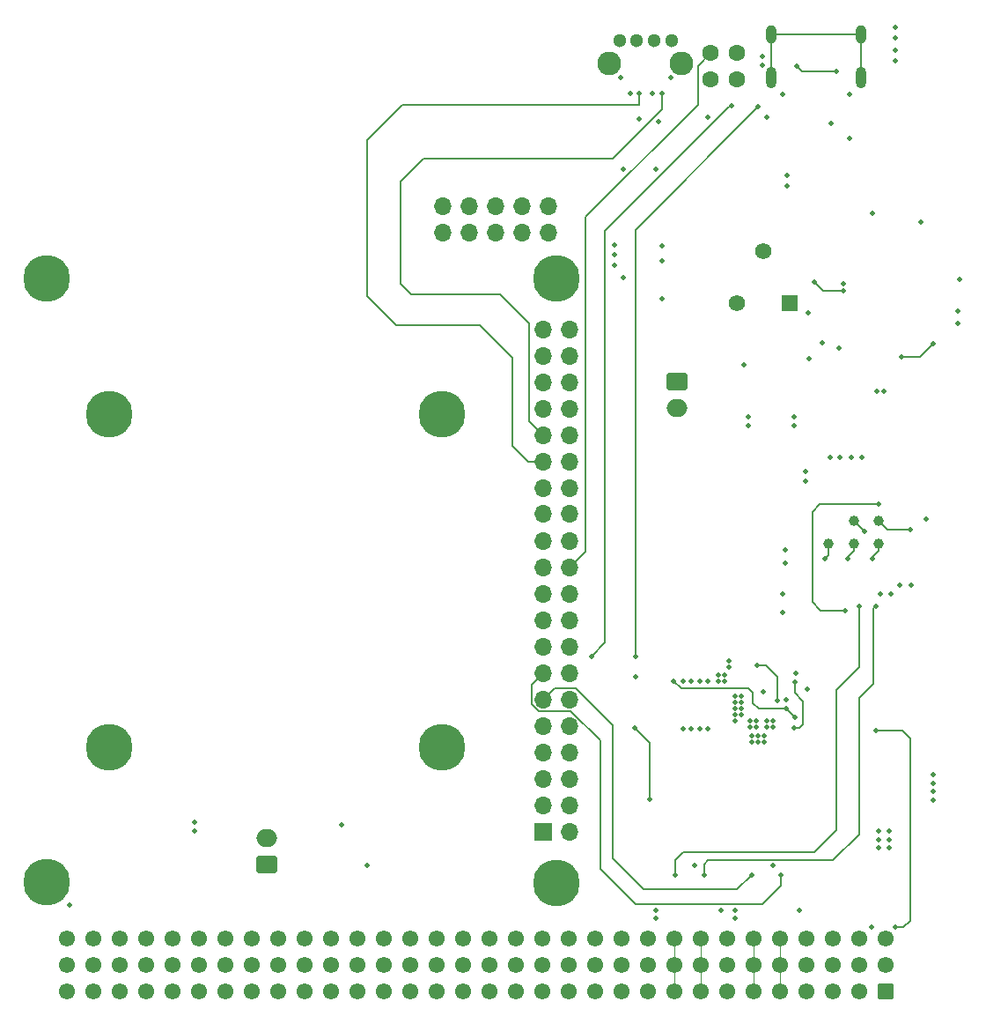
<source format=gbr>
%TF.GenerationSoftware,KiCad,Pcbnew,8.0.4*%
%TF.CreationDate,2025-02-21T02:52:24+01:00*%
%TF.ProjectId,OrangePie,4f72616e-6765-4506-9965-2e6b69636164,1.0.0*%
%TF.SameCoordinates,Original*%
%TF.FileFunction,Copper,L4,Bot*%
%TF.FilePolarity,Positive*%
%FSLAX46Y46*%
G04 Gerber Fmt 4.6, Leading zero omitted, Abs format (unit mm)*
G04 Created by KiCad (PCBNEW 8.0.4) date 2025-02-21 02:52:24*
%MOMM*%
%LPD*%
G01*
G04 APERTURE LIST*
G04 Aperture macros list*
%AMRoundRect*
0 Rectangle with rounded corners*
0 $1 Rounding radius*
0 $2 $3 $4 $5 $6 $7 $8 $9 X,Y pos of 4 corners*
0 Add a 4 corners polygon primitive as box body*
4,1,4,$2,$3,$4,$5,$6,$7,$8,$9,$2,$3,0*
0 Add four circle primitives for the rounded corners*
1,1,$1+$1,$2,$3*
1,1,$1+$1,$4,$5*
1,1,$1+$1,$6,$7*
1,1,$1+$1,$8,$9*
0 Add four rect primitives between the rounded corners*
20,1,$1+$1,$2,$3,$4,$5,0*
20,1,$1+$1,$4,$5,$6,$7,0*
20,1,$1+$1,$6,$7,$8,$9,0*
20,1,$1+$1,$8,$9,$2,$3,0*%
G04 Aperture macros list end*
%TA.AperFunction,ComponentPad*%
%ADD10C,1.300000*%
%TD*%
%TA.AperFunction,ComponentPad*%
%ADD11C,2.286000*%
%TD*%
%TA.AperFunction,ComponentPad*%
%ADD12RoundRect,0.250000X-0.750000X0.600000X-0.750000X-0.600000X0.750000X-0.600000X0.750000X0.600000X0*%
%TD*%
%TA.AperFunction,ComponentPad*%
%ADD13O,2.000000X1.700000*%
%TD*%
%TA.AperFunction,ComponentPad*%
%ADD14C,1.600000*%
%TD*%
%TA.AperFunction,ComponentPad*%
%ADD15R,1.560000X1.560000*%
%TD*%
%TA.AperFunction,ComponentPad*%
%ADD16C,1.560000*%
%TD*%
%TA.AperFunction,ComponentPad*%
%ADD17RoundRect,0.250000X0.750000X-0.600000X0.750000X0.600000X-0.750000X0.600000X-0.750000X-0.600000X0*%
%TD*%
%TA.AperFunction,ComponentPad*%
%ADD18O,1.000000X2.100000*%
%TD*%
%TA.AperFunction,ComponentPad*%
%ADD19O,1.000000X1.800000*%
%TD*%
%TA.AperFunction,ComponentPad*%
%ADD20RoundRect,0.249999X0.525001X0.525001X-0.525001X0.525001X-0.525001X-0.525001X0.525001X-0.525001X0*%
%TD*%
%TA.AperFunction,ComponentPad*%
%ADD21C,1.550000*%
%TD*%
%TA.AperFunction,SMDPad,CuDef*%
%ADD22C,1.000000*%
%TD*%
%TA.AperFunction,WasherPad*%
%ADD23C,4.500000*%
%TD*%
%TA.AperFunction,ComponentPad*%
%ADD24O,1.700000X1.700000*%
%TD*%
%TA.AperFunction,ComponentPad*%
%ADD25R,1.700000X1.700000*%
%TD*%
%TA.AperFunction,ViaPad*%
%ADD26C,0.500000*%
%TD*%
%TA.AperFunction,Conductor*%
%ADD27C,0.200000*%
%TD*%
%TA.AperFunction,Conductor*%
%ADD28C,0.120000*%
%TD*%
G04 APERTURE END LIST*
D10*
%TO.P,BTN1,1*%
%TO.N,GND*%
X99458401Y-41815997D03*
%TO.P,BTN1,2*%
X97828401Y-41815997D03*
%TO.P,BTN1,3*%
%TO.N,Net-(BTN1-Pad3)*%
X96088401Y-41815997D03*
%TO.P,BTN1,4*%
%TO.N,Net-(BTN1-Pad4)*%
X94458401Y-41815997D03*
D11*
%TO.P,BTN1,5*%
%TO.N,N/C*%
X100458401Y-44065997D03*
%TO.P,BTN1,6*%
X93458401Y-44065997D03*
%TD*%
D12*
%TO.P,J3,1,Pin_1*%
%TO.N,Net-(J3-Pin_1)*%
X100000000Y-74600000D03*
D13*
%TO.P,J3,2,Pin_2*%
%TO.N,Net-(J3-Pin_2)*%
X100000000Y-77100000D03*
%TD*%
D14*
%TO.P,LED1,1*%
%TO.N,/OrangePi 5 pro Header/STATUS LED*%
X103242001Y-43025997D03*
%TO.P,LED1,2*%
%TO.N,Net-(LED1-Pad2)*%
X105782001Y-43025997D03*
%TO.P,LED1,3*%
%TO.N,+3V3*%
X103242001Y-45565997D03*
%TO.P,LED1,4*%
%TO.N,Net-(LED1-Pad4)*%
X105782001Y-45565997D03*
%TD*%
D15*
%TO.P,RV1,1,1*%
%TO.N,Net-(U8-V)*%
X110800000Y-67040000D03*
D16*
%TO.P,RV1,2,2*%
X108300000Y-62040000D03*
%TO.P,RV1,3,3*%
%TO.N,GND*%
X105800000Y-67040000D03*
%TD*%
D17*
%TO.P,M1,1,+*%
%TO.N,Net-(M1-+)*%
X60525000Y-121000000D03*
D13*
%TO.P,M1,2,-*%
%TO.N,Net-(M1--)*%
X60525000Y-118500000D03*
%TD*%
D18*
%TO.P,J5,S1,SHIELD*%
%TO.N,Net-(J5-SHIELD)*%
X117698401Y-45380997D03*
D19*
X117698401Y-41200997D03*
D18*
X109058401Y-45380997D03*
D19*
X109058401Y-41200997D03*
%TD*%
D20*
%TO.P,J1,a1,a1*%
%TO.N,GND*%
X120070000Y-133204999D03*
D21*
%TO.P,J1,a2,a2*%
%TO.N,unconnected-(J1-Pada2)*%
X117530000Y-133204999D03*
%TO.P,J1,a3,a3*%
%TO.N,/DIN41612 connector/5v_STDBY*%
X114990000Y-133204999D03*
%TO.P,J1,a4,a4*%
%TO.N,GND*%
X112450000Y-133204999D03*
%TO.P,J1,a5,a5*%
%TO.N,/Can Transiver/CAN_TR_OUT.C+*%
X109910000Y-133204999D03*
%TO.P,J1,a6,a6*%
%TO.N,/Can Transiver/CAN_TR_OUT.C-*%
X107370000Y-133204999D03*
%TO.P,J1,a7,a7*%
%TO.N,GND*%
X104830000Y-133204999D03*
%TO.P,J1,a8,a8*%
%TO.N,/Can Transiver1/CAN_TR_OUT.C+*%
X102290000Y-133204999D03*
%TO.P,J1,a9,a9*%
%TO.N,/Can Transiver1/CAN_TR_OUT.C-*%
X99750000Y-133204999D03*
%TO.P,J1,a10,a10*%
%TO.N,GND*%
X97210000Y-133204999D03*
%TO.P,J1,a11,a11*%
%TO.N,/5v buck/V_{IN}*%
X94670000Y-133204999D03*
%TO.P,J1,a12,a12*%
X92130000Y-133204999D03*
%TO.P,J1,a13,a13*%
%TO.N,GND*%
X89590000Y-133204999D03*
%TO.P,J1,a14,a14*%
%TO.N,/DIN41612 connector/24v*%
X87050000Y-133204999D03*
%TO.P,J1,a15,a15*%
%TO.N,GND*%
X84510000Y-133204999D03*
%TO.P,J1,a16,a16*%
%TO.N,/DIN41612 connector/GPIOL0*%
X81970000Y-133204999D03*
%TO.P,J1,a17,a17*%
%TO.N,/DIN41612 connector/GPIOL1*%
X79430000Y-133204999D03*
%TO.P,J1,a18,a18*%
%TO.N,/DIN41612 connector/GPIOL2*%
X76890000Y-133204999D03*
%TO.P,J1,a19,a19*%
%TO.N,/DIN41612 connector/GPIOL3*%
X74350000Y-133204999D03*
%TO.P,J1,a20,a20*%
%TO.N,/DIN41612 connector/GPIOL4*%
X71810000Y-133204999D03*
%TO.P,J1,a21,a21*%
%TO.N,/DIN41612 connector/GPIOL5*%
X69270000Y-133204999D03*
%TO.P,J1,a22,a22*%
%TO.N,/DIN41612 connector/GPIOL6*%
X66730000Y-133204999D03*
%TO.P,J1,a23,a23*%
%TO.N,/DIN41612 connector/GPIOL7*%
X64190000Y-133204999D03*
%TO.P,J1,a24,a24*%
%TO.N,/DIN41612 connector/GPIOL8*%
X61650000Y-133204999D03*
%TO.P,J1,a25,a25*%
%TO.N,/DIN41612 connector/GPIOL9*%
X59110000Y-133204999D03*
%TO.P,J1,a26,a26*%
%TO.N,/DIN41612 connector/GPIOL10*%
X56570000Y-133204999D03*
%TO.P,J1,a27,a27*%
%TO.N,/DIN41612 connector/GPIOL11*%
X54030000Y-133204999D03*
%TO.P,J1,a28,a28*%
%TO.N,/DIN41612 connector/GPIOL12*%
X51490000Y-133204999D03*
%TO.P,J1,a29,a29*%
%TO.N,/DIN41612 connector/GPIOL13*%
X48950000Y-133204999D03*
%TO.P,J1,a30,a30*%
%TO.N,/DIN41612 connector/GPIOL14*%
X46410000Y-133204999D03*
%TO.P,J1,a31,a31*%
%TO.N,/DIN41612 connector/GPIOL15*%
X43870000Y-133204999D03*
%TO.P,J1,a32,a32*%
%TO.N,GND*%
X41330000Y-133204999D03*
%TO.P,J1,b1,b1*%
X120070000Y-130664999D03*
%TO.P,J1,b2,b2*%
X117530000Y-130664999D03*
%TO.P,J1,b3,b3*%
%TO.N,/DIN41612 connector/5v_STDBY*%
X114990000Y-130664999D03*
%TO.P,J1,b4,b4*%
%TO.N,GND*%
X112450000Y-130664999D03*
%TO.P,J1,b5,b5*%
%TO.N,/Can Transiver/CAN_TR_OUT.C+*%
X109910000Y-130664999D03*
%TO.P,J1,b6,b6*%
%TO.N,/Can Transiver/CAN_TR_OUT.C-*%
X107370000Y-130664999D03*
%TO.P,J1,b7,b7*%
%TO.N,GND*%
X104830000Y-130664999D03*
%TO.P,J1,b8,b8*%
%TO.N,/Can Transiver1/CAN_TR_OUT.C+*%
X102290000Y-130664999D03*
%TO.P,J1,b9,b9*%
%TO.N,/Can Transiver1/CAN_TR_OUT.C-*%
X99750000Y-130664999D03*
%TO.P,J1,b10,b10*%
%TO.N,GND*%
X97210000Y-130664999D03*
%TO.P,J1,b11,b11*%
%TO.N,/5v buck/V_{IN}*%
X94670000Y-130664999D03*
%TO.P,J1,b12,b12*%
X92130000Y-130664999D03*
%TO.P,J1,b13,b13*%
%TO.N,GND*%
X89590000Y-130664999D03*
%TO.P,J1,b14,b14*%
%TO.N,/DIN41612 connector/24v*%
X87050000Y-130664999D03*
%TO.P,J1,b15,b15*%
%TO.N,GND*%
X84510000Y-130664999D03*
%TO.P,J1,b16,b16*%
%TO.N,/DIN41612 connector/GPIOC0*%
X81970000Y-130664999D03*
%TO.P,J1,b17,b17*%
%TO.N,/DIN41612 connector/GPIOC1*%
X79430000Y-130664999D03*
%TO.P,J1,b18,b18*%
%TO.N,/DIN41612 connector/GPIOC2*%
X76890000Y-130664999D03*
%TO.P,J1,b19,b19*%
%TO.N,/DIN41612 connector/GPIOC3*%
X74350000Y-130664999D03*
%TO.P,J1,b20,b20*%
%TO.N,/DIN41612 connector/GPIOC4*%
X71810000Y-130664999D03*
%TO.P,J1,b21,b21*%
%TO.N,/DIN41612 connector/GPIOC5*%
X69270000Y-130664999D03*
%TO.P,J1,b22,b22*%
%TO.N,/DIN41612 connector/GPIOC6*%
X66730000Y-130664999D03*
%TO.P,J1,b23,b23*%
%TO.N,/DIN41612 connector/GPIOC7*%
X64190000Y-130664999D03*
%TO.P,J1,b24,b24*%
%TO.N,/DIN41612 connector/GPIOC8*%
X61650000Y-130664999D03*
%TO.P,J1,b25,b25*%
%TO.N,/DIN41612 connector/GPIOC9*%
X59110000Y-130664999D03*
%TO.P,J1,b26,b26*%
%TO.N,/DIN41612 connector/GPIOC10*%
X56570000Y-130664999D03*
%TO.P,J1,b27,b27*%
%TO.N,/DIN41612 connector/GPIOC11*%
X54030000Y-130664999D03*
%TO.P,J1,b28,b28*%
%TO.N,/DIN41612 connector/GPIOC12*%
X51490000Y-130664999D03*
%TO.P,J1,b29,b29*%
%TO.N,/DIN41612 connector/GPIOC13*%
X48950000Y-130664999D03*
%TO.P,J1,b30,b30*%
%TO.N,/DIN41612 connector/GPIOC14*%
X46410000Y-130664999D03*
%TO.P,J1,b31,b31*%
%TO.N,/DIN41612 connector/GPIOC15*%
X43870000Y-130664999D03*
%TO.P,J1,b32,b32*%
%TO.N,GND*%
X41330000Y-130664999D03*
%TO.P,J1,c1,c1*%
X120070000Y-128124999D03*
%TO.P,J1,c2,c2*%
%TO.N,unconnected-(J1-Padc2)*%
X117530000Y-128124999D03*
%TO.P,J1,c3,c3*%
%TO.N,/DIN41612 connector/5v_STDBY*%
X114990000Y-128124999D03*
%TO.P,J1,c4,c4*%
%TO.N,GND*%
X112450000Y-128124999D03*
%TO.P,J1,c5,c5*%
%TO.N,/Can Transiver/CAN_TR_OUT.C+*%
X109910000Y-128124999D03*
%TO.P,J1,c6,c6*%
%TO.N,/Can Transiver/CAN_TR_OUT.C-*%
X107370000Y-128124999D03*
%TO.P,J1,c7,c7*%
%TO.N,GND*%
X104830000Y-128124999D03*
%TO.P,J1,c8,c8*%
%TO.N,/Can Transiver1/CAN_TR_OUT.C+*%
X102290000Y-128124999D03*
%TO.P,J1,c9,c9*%
%TO.N,/Can Transiver1/CAN_TR_OUT.C-*%
X99750000Y-128124999D03*
%TO.P,J1,c10,c10*%
%TO.N,GND*%
X97210000Y-128124999D03*
%TO.P,J1,c11,c11*%
%TO.N,/5v buck/V_{IN}*%
X94670000Y-128124999D03*
%TO.P,J1,c12,c12*%
X92130000Y-128124999D03*
%TO.P,J1,c13,c13*%
%TO.N,GND*%
X89590000Y-128124999D03*
%TO.P,J1,c14,c14*%
%TO.N,/DIN41612 connector/24v*%
X87050000Y-128124999D03*
%TO.P,J1,c15,c15*%
%TO.N,GND*%
X84510000Y-128124999D03*
%TO.P,J1,c16,c16*%
%TO.N,/DIN41612 connector/GPIOR0*%
X81970000Y-128124999D03*
%TO.P,J1,c17,c17*%
%TO.N,/DIN41612 connector/GPIOR1*%
X79430000Y-128124999D03*
%TO.P,J1,c18,c18*%
%TO.N,/DIN41612 connector/GPIOR2*%
X76890000Y-128124999D03*
%TO.P,J1,c19,c19*%
%TO.N,/DIN41612 connector/GPIOR3*%
X74350000Y-128124999D03*
%TO.P,J1,c20,c20*%
%TO.N,/DIN41612 connector/GPIOR4*%
X71810000Y-128124999D03*
%TO.P,J1,c21,c21*%
%TO.N,/DIN41612 connector/GPIOR5*%
X69270000Y-128124999D03*
%TO.P,J1,c22,c22*%
%TO.N,/DIN41612 connector/GPIOR6*%
X66730000Y-128124999D03*
%TO.P,J1,c23,c23*%
%TO.N,/DIN41612 connector/GPIOR7*%
X64190000Y-128124999D03*
%TO.P,J1,c24,c24*%
%TO.N,/DIN41612 connector/GPIOR8*%
X61650000Y-128124999D03*
%TO.P,J1,c25,c25*%
%TO.N,/DIN41612 connector/GPIOR9*%
X59110000Y-128124999D03*
%TO.P,J1,c26,c26*%
%TO.N,/DIN41612 connector/GPIOR10*%
X56570000Y-128124999D03*
%TO.P,J1,c27,c27*%
%TO.N,/DIN41612 connector/GPIOR11*%
X54030000Y-128124999D03*
%TO.P,J1,c28,c28*%
%TO.N,/DIN41612 connector/GPIOR12*%
X51490000Y-128124999D03*
%TO.P,J1,c29,c29*%
%TO.N,/DIN41612 connector/GPIOR13*%
X48950000Y-128124999D03*
%TO.P,J1,c30,c30*%
%TO.N,/DIN41612 connector/USB_DEBUG.D-*%
X46410000Y-128124999D03*
%TO.P,J1,c31,c31*%
%TO.N,/DIN41612 connector/USB_DEBUG.D+*%
X43870000Y-128124999D03*
%TO.P,J1,c32,c32*%
%TO.N,GND*%
X41330000Y-128124999D03*
%TD*%
D22*
%TO.P,TP3,1,1*%
%TO.N,/USB-CAN/SWDIO1*%
X114600000Y-90200000D03*
%TD*%
%TO.P,TP5,1,1*%
%TO.N,GND*%
X119400000Y-90200000D03*
%TD*%
D23*
%TO.P,J2,*%
%TO.N,*%
X88422806Y-122753501D03*
X88402806Y-64733501D03*
X77402806Y-109733501D03*
X77402806Y-77733501D03*
X45402806Y-109733501D03*
X45402806Y-77733501D03*
X39402806Y-122733501D03*
X39402806Y-64733501D03*
D24*
%TO.P,J2,1,5V*%
%TO.N,+5V*%
X89672806Y-117833501D03*
%TO.P,J2,2,5V*%
X89672806Y-115293501D03*
%TO.P,J2,3,GND*%
%TO.N,GND*%
X89672806Y-112753501D03*
%TO.P,J2,4,GPIO0_B5/UART2_TX*%
%TO.N,/CH340_DEBUG/UART_DEBUG.TX*%
X89672806Y-110213501D03*
%TO.P,J2,5,GPIO0_B6/UART2_RX*%
%TO.N,/CH340_DEBUG/UART_DEBUG.RX*%
X89672806Y-107673501D03*
%TO.P,J2,6,GPIO1_A7/PWM3*%
%TO.N,/FAN controller/FAN_PWM*%
X89672806Y-105133501D03*
%TO.P,J2,7,GND*%
%TO.N,GND*%
X89672806Y-102593501D03*
%TO.P,J2,8,GPIO1_A1/UART6_TX/SPI4_MOSI*%
%TO.N,unconnected-(J2-GPIO1_A1{slash}UART6_TX{slash}SPI4_MOSI-Pad8)*%
X89672806Y-100053501D03*
%TO.P,J2,9,GPIO1_A0/UART6_RX/SPI4_MISO*%
%TO.N,unconnected-(J2-GPIO1_A0{slash}UART6_RX{slash}SPI4_MISO-Pad9)*%
X89672806Y-97513501D03*
%TO.P,J2,10,GND*%
%TO.N,GND*%
X89672806Y-94973501D03*
%TO.P,J2,11,GPIO1_B0*%
%TO.N,/OrangePi 5 pro Header/STATUS LED*%
X89672806Y-92433501D03*
%TO.P,J2,12,GPIO1_B4/SPI0_CS0/UART7_RX*%
%TO.N,unconnected-(J2-GPIO1_B4{slash}SPI0_CS0{slash}UART7_RX-Pad12)*%
X89672806Y-89893501D03*
%TO.P,J2,13,GPIO1_B5/SPI0_CS1/UART7_TX*%
%TO.N,unconnected-(J2-GPIO1_B5{slash}SPI0_CS1{slash}UART7_TX-Pad13)*%
X89703931Y-87304492D03*
%TO.P,J2,14,GPIO1_A3/I2C4_SCL/PWM1/SPI4_CS0*%
%TO.N,unconnected-(J2-GPIO1_A3{slash}I2C4_SCL{slash}PWM1{slash}SPI4_CS0-Pad14)*%
X89672806Y-84813501D03*
%TO.P,J2,15,GND*%
%TO.N,GND*%
X89672806Y-82273501D03*
%TO.P,J2,16,GPIO1_D6/PWM14/I2C8_SCL*%
%TO.N,unconnected-(J2-GPIO1_D6{slash}PWM14{slash}I2C8_SCL-Pad16)*%
X89672806Y-79733501D03*
%TO.P,J2,17,GND*%
%TO.N,GND*%
X89672806Y-77193501D03*
%TO.P,J2,18,GPIO4_A3/UART0_TX*%
%TO.N,unconnected-(J2-GPIO4_A3{slash}UART0_TX-Pad18)*%
X89672806Y-74653501D03*
%TO.P,J2,19,GPIO4_A4/UART0_RX*%
%TO.N,unconnected-(J2-GPIO4_A4{slash}UART0_RX-Pad19)*%
X89672806Y-72113501D03*
%TO.P,J2,20,GPIO4_A5/UART3_TX*%
%TO.N,unconnected-(J2-GPIO4_A5{slash}UART3_TX-Pad20)*%
X89672806Y-69573501D03*
%TO.P,J2,21,GND*%
%TO.N,GND*%
X87132806Y-69573501D03*
%TO.P,J2,22,GPIO4_A6/UART3_RX/I2C5_SCL*%
%TO.N,Net-(J2-GPIO4_A6{slash}UART3_RX{slash}I2C5_SCL)*%
X87132806Y-72113501D03*
%TO.P,J2,23,GPIO4_A7/I2C5_SDA*%
%TO.N,/OrangePi 5 pro Header/USER LED 2*%
X87132806Y-74653501D03*
%TO.P,J2,24,GPIO1_D7/I2C8_SDA/PWM15*%
%TO.N,/OrangePi 5 pro Header/USER LED 1*%
X87132806Y-77193501D03*
%TO.P,J2,25,GPIO1_A6*%
%TO.N,/OrangePi 5 pro Header/USER BUTTON*%
X87132806Y-79733501D03*
%TO.P,J2,26,GPIO1_A4*%
%TO.N,/OrangePi 5 pro Header/ON OFF BTN*%
X87132806Y-82273501D03*
%TO.P,J2,27,GPIO1_A2/SPI4_CLK/PWM0/I2C4_SDA*%
%TO.N,unconnected-(J2-GPIO1_A2{slash}SPI4_CLK{slash}PWM0{slash}I2C4_SDA-Pad27)*%
X87132806Y-84813501D03*
%TO.P,J2,28,GND*%
%TO.N,GND*%
X87163931Y-87304492D03*
%TO.P,J2,29,GPIO1_B3/UART4_TX/SPIO_CLK*%
%TO.N,unconnected-(J2-GPIO1_B3{slash}UART4_TX{slash}SPIO_CLK-Pad29)*%
X87132806Y-89893501D03*
%TO.P,J2,30,GPIO1_B1/SPI0_MISO*%
%TO.N,unconnected-(J2-GPIO1_B1{slash}SPI0_MISO-Pad30)*%
X87132806Y-92433501D03*
%TO.P,J2,31,GPIO1_B2/UART4_RX/SPI0_MOSI*%
%TO.N,unconnected-(J2-GPIO1_B2{slash}UART4_RX{slash}SPI0_MOSI-Pad31)*%
X87132806Y-94973501D03*
%TO.P,J2,32,3V3*%
%TO.N,unconnected-(J2-3V3-Pad32)*%
X87132806Y-97513501D03*
%TO.P,J2,33,GPIO1_B6/UART1_TX/I2C5_SCL*%
%TO.N,unconnected-(J2-GPIO1_B6{slash}UART1_TX{slash}I2C5_SCL-Pad33)*%
X87132806Y-100053501D03*
%TO.P,J2,34,GPIO4_B3/PWM15/CAN1_TX*%
%TO.N,/Can Transiver/CAN_TR.TXD*%
X87132806Y-102593501D03*
%TO.P,J2,35,GPIO4_B2/PWM14/CAN1_RX*%
%TO.N,/Can Transiver/CAN_TR.RXD*%
X87132806Y-105133501D03*
%TO.P,J2,36,GND*%
%TO.N,GND*%
X87132806Y-107673501D03*
%TO.P,J2,37,GPIO1_B7/UART1_RX/I2C5_SDA/PWM13*%
%TO.N,unconnected-(J2-GPIO1_B7{slash}UART1_RX{slash}I2C5_SDA{slash}PWM13-Pad37)*%
X87132806Y-110213501D03*
%TO.P,J2,38,GPIO1_D2/UART4_TX/I2C1_SCL*%
%TO.N,unconnected-(J2-GPIO1_D2{slash}UART4_TX{slash}I2C1_SCL-Pad38)*%
X87132806Y-112753501D03*
%TO.P,J2,39,GPIO1_D3/UART4_RX/I2C1_SDA*%
%TO.N,unconnected-(J2-GPIO1_D3{slash}UART4_RX{slash}I2C1_SDA-Pad39)*%
X87132806Y-115293501D03*
D25*
%TO.P,J2,40,3V3*%
%TO.N,unconnected-(J2-3V3-Pad40)*%
X87132806Y-117833501D03*
D24*
%TO.P,J2,41,USB_GND*%
%TO.N,GND*%
X87612806Y-60293501D03*
%TO.P,J2,42,USB_GND*%
X85072806Y-60293501D03*
%TO.P,J2,43,USB20_DP4*%
%TO.N,/DIN41612 connector/USB_DEBUG.D+*%
X82532806Y-60293501D03*
%TO.P,J2,44,USB20_DM4*%
%TO.N,/DIN41612 connector/USB_DEBUG.D-*%
X79992806Y-60293501D03*
%TO.P,J2,45,USB_5V*%
%TO.N,unconnected-(J2-USB_5V-Pad45)*%
X77452806Y-60293501D03*
%TO.P,J2,46,USB_5V*%
%TO.N,unconnected-(J2-USB_5V-Pad46)*%
X77452806Y-57753501D03*
%TO.P,J2,47,USB20_DM3*%
%TO.N,/OrangePi 5 pro Header/USB_OUT.D-*%
X79992806Y-57753501D03*
%TO.P,J2,48,USB20_DP3*%
%TO.N,/OrangePi 5 pro Header/USB_OUT.D+*%
X82532806Y-57753501D03*
%TO.P,J2,49,USB_GND*%
%TO.N,GND*%
X85072806Y-57753501D03*
%TO.P,J2,50*%
%TO.N,N/C*%
X87612806Y-57753501D03*
%TD*%
D22*
%TO.P,TP4,1,1*%
%TO.N,/USB-CAN/SWCLK1*%
X117000000Y-90200000D03*
%TD*%
%TO.P,TP2,1,1*%
%TO.N,/USB-CAN/NRST1*%
X119400000Y-88000000D03*
%TD*%
%TO.P,TP1,1,1*%
%TO.N,+3V3*%
X117000000Y-88000000D03*
%TD*%
D26*
%TO.N,GND*%
X105000000Y-101400000D03*
X96000000Y-103000000D03*
X114000000Y-70900000D03*
X108600000Y-49200000D03*
X123495000Y-59305000D03*
X109200000Y-107800000D03*
X94000000Y-63400000D03*
X98600000Y-66600000D03*
X121000000Y-41600000D03*
X97600000Y-46900000D03*
X119200000Y-75500000D03*
X116000000Y-65200000D03*
X94800000Y-64600000D03*
X94000000Y-62400000D03*
X101400000Y-108000000D03*
X95500000Y-46900000D03*
X116600000Y-51200000D03*
X106400000Y-73000000D03*
X112400000Y-84200000D03*
X101725000Y-121077733D03*
X53575000Y-116900000D03*
X110200000Y-47000000D03*
X121000000Y-40600000D03*
X119900000Y-75500000D03*
X107800000Y-109200000D03*
X108600000Y-107800000D03*
X112575000Y-104123988D03*
X103000000Y-103400000D03*
X117800000Y-81900000D03*
X106900000Y-78000000D03*
X98200000Y-49600000D03*
X112700000Y-72360000D03*
X67775000Y-117200000D03*
X98000000Y-125400000D03*
X122500000Y-94200000D03*
X127000000Y-69000000D03*
X118800000Y-58400000D03*
X98600000Y-63000000D03*
X116600000Y-47000000D03*
X94800000Y-54200000D03*
X109200000Y-121100000D03*
X107800000Y-108600000D03*
X94000000Y-61500000D03*
X124000000Y-87800000D03*
X118686128Y-127000000D03*
X104200000Y-125400000D03*
X108284125Y-104372658D03*
X105600000Y-125400000D03*
X121000000Y-42800000D03*
X115600000Y-71400000D03*
X121000000Y-43800000D03*
X108200000Y-43400000D03*
X102200000Y-108000000D03*
X111800000Y-125400000D03*
X103000000Y-49200000D03*
X107200000Y-108600000D03*
X127200000Y-64800000D03*
X114800000Y-49800000D03*
X100600000Y-108000000D03*
X106900000Y-78800000D03*
X108600000Y-107200000D03*
X96400000Y-49400000D03*
X70175000Y-121100000D03*
X114700000Y-81900000D03*
X98000000Y-54200000D03*
X109200000Y-107200000D03*
X105000000Y-102000000D03*
X101400000Y-103400000D03*
X107200000Y-109200000D03*
X110600000Y-54800000D03*
X41600000Y-124900000D03*
X118813915Y-91600000D03*
X53575000Y-117800000D03*
X119600000Y-95000000D03*
X102200000Y-103400000D03*
X103000000Y-108000000D03*
X111400000Y-102600000D03*
X108200000Y-44200000D03*
X110400000Y-90800000D03*
X127000000Y-67800000D03*
X100600000Y-103400000D03*
X110500000Y-105200000D03*
X108400000Y-109200000D03*
X108400000Y-108600000D03*
%TO.N,+5V*%
X98600000Y-61600000D03*
X120400000Y-118600000D03*
X120400000Y-119400000D03*
X111300000Y-78000000D03*
X112600000Y-68000000D03*
X120400000Y-117800000D03*
X119400000Y-118600000D03*
X119400000Y-119400000D03*
X111300000Y-78800000D03*
X119400000Y-117800000D03*
%TO.N,+3V3*%
X116800000Y-81900000D03*
X110400000Y-92000000D03*
X105600000Y-126200000D03*
X124600000Y-114000000D03*
X121400000Y-94200000D03*
X124600000Y-113200000D03*
X94600000Y-45400000D03*
X124600000Y-112400000D03*
X124600000Y-114800000D03*
X110200000Y-96800000D03*
X118000000Y-89000000D03*
X110600000Y-55800000D03*
X112400000Y-83256007D03*
X120600000Y-95000000D03*
X115700000Y-81900000D03*
X98000000Y-126200000D03*
X110200000Y-95000000D03*
X99400000Y-45400000D03*
%TO.N,/5v buck/5V_OUT*%
X110525000Y-106050000D03*
X111312014Y-106890623D03*
X99700000Y-103400000D03*
%TO.N,/USB-CAN/NRST1*%
X122400000Y-88800000D03*
%TO.N,/USB-CAN/SWDIO1*%
X114250000Y-91600000D03*
%TO.N,/USB-CAN/SWCLK1*%
X116439401Y-91600000D03*
%TO.N,/Can Transiver/CAN_TR.RXD*%
X107200000Y-122000000D03*
%TO.N,/Can Transiver/CAN_TR.TXD*%
X110000000Y-122000000D03*
%TO.N,/Can Transiver1/CAN_TR.RXD*%
X99800000Y-122000000D03*
X117500000Y-96200000D03*
%TO.N,/Can Transiver1/CAN_TR.TXD*%
X119100000Y-96200000D03*
X102600000Y-122000000D03*
%TO.N,/CH340_DEBUG/UART_DEBUG.TX*%
X91800000Y-101000000D03*
X105232200Y-48133000D03*
%TO.N,/CH340_DEBUG/UART_DEBUG.RX*%
X107800000Y-48200000D03*
X96000000Y-101000000D03*
%TO.N,/OrangePi 5 pro Header/ON OFF BTN*%
X96400000Y-46900000D03*
%TO.N,/OrangePi 5 pro Header/USER BUTTON*%
X98600000Y-46900000D03*
%TO.N,/Panel USB/VBUS_IN*%
X115300000Y-44800000D03*
X111496446Y-44296446D03*
%TO.N,/5v buck/5V_EN*%
X107675000Y-101875000D03*
X109675000Y-105262402D03*
%TO.N,/5v buck/V_{IN}*%
X107000000Y-107800000D03*
X104600000Y-102800000D03*
X106200000Y-106000000D03*
X105600000Y-107200000D03*
X106200000Y-106600000D03*
X105600000Y-106000000D03*
X107000000Y-107200000D03*
X106200000Y-104800000D03*
X105600000Y-105400000D03*
X105600000Y-106600000D03*
X104000000Y-103400000D03*
X104600000Y-103400000D03*
X107600000Y-107200000D03*
X105600000Y-104800000D03*
X107600000Y-107800000D03*
X106200000Y-105400000D03*
X104000000Y-102800000D03*
%TO.N,Net-(U9-VOUTR)*%
X121600000Y-72200000D03*
X124600000Y-71000000D03*
%TO.N,/USB-CAN/WORD_LED*%
X119400000Y-86400000D03*
X116200000Y-96600000D03*
%TO.N,/5v buck/5V_VDD*%
X111290000Y-107849559D03*
X111325000Y-103475000D03*
%TO.N,/Audio Codec/VDD_{int}*%
X116000000Y-65850003D03*
X113200000Y-65000000D03*
%TO.N,Net-(Q5-C)*%
X121000000Y-127000000D03*
X119150000Y-108144800D03*
%TO.N,Net-(Q2-G)*%
X95975000Y-107894800D03*
X97375000Y-114700000D03*
%TD*%
D27*
%TO.N,/Can Transiver/CAN_TR.TXD*%
X86000000Y-103726307D02*
X87132806Y-102593501D01*
X89788441Y-106233501D02*
X86677171Y-106233501D01*
X92600000Y-121400000D02*
X92600000Y-109045060D01*
X108200000Y-124800000D02*
X96000000Y-124800000D01*
X110000000Y-123000000D02*
X108200000Y-124800000D01*
X96000000Y-124800000D02*
X92600000Y-121400000D01*
X86000000Y-105556330D02*
X86000000Y-103726307D01*
X92600000Y-109045060D02*
X89788441Y-106233501D01*
X110000000Y-122000000D02*
X110000000Y-123000000D01*
X86677171Y-106233501D02*
X86000000Y-105556330D01*
%TO.N,/Can Transiver1/CAN_TR.TXD*%
X102600000Y-121000000D02*
X102600000Y-122000000D01*
X103000000Y-120600000D02*
X102600000Y-121000000D01*
X115000000Y-120600000D02*
X103000000Y-120600000D01*
X117500000Y-118100000D02*
X115000000Y-120600000D01*
X118900000Y-96400000D02*
X118900000Y-103600000D01*
X117500000Y-105000000D02*
X117500000Y-118100000D01*
X119100000Y-96200000D02*
X118900000Y-96400000D01*
X118900000Y-103600000D02*
X117500000Y-105000000D01*
%TO.N,/Can Transiver1/CAN_TR.RXD*%
X100600000Y-119800000D02*
X99800000Y-120600000D01*
X113200000Y-119800000D02*
X100600000Y-119800000D01*
X99800000Y-120600000D02*
X99800000Y-122000000D01*
X115300000Y-104200000D02*
X115300000Y-117700000D01*
X117500000Y-102000000D02*
X115300000Y-104200000D01*
X115300000Y-117700000D02*
X113200000Y-119800000D01*
X117500000Y-96200000D02*
X117500000Y-102000000D01*
%TO.N,GND*%
X118813915Y-91413915D02*
X119400000Y-90827830D01*
X119400000Y-90827830D02*
X119400000Y-90200000D01*
%TO.N,+3V3*%
X117000000Y-88000000D02*
X118000000Y-89000000D01*
%TO.N,/5v buck/5V_OUT*%
X100400000Y-104100000D02*
X106900000Y-104100000D01*
X106900000Y-104100000D02*
X107300000Y-104500000D01*
X99700000Y-103400000D02*
X100400000Y-104100000D01*
X111325000Y-106877637D02*
X111312014Y-106890623D01*
X107300000Y-104500000D02*
X107300000Y-105500000D01*
X107850000Y-106050000D02*
X110525000Y-106050000D01*
X111325000Y-106850000D02*
X111325000Y-106877637D01*
X110525000Y-106050000D02*
X111325000Y-106850000D01*
X107300000Y-105500000D02*
X107850000Y-106050000D01*
%TO.N,/USB-CAN/NRST1*%
X122400000Y-88800000D02*
X120200000Y-88800000D01*
X120200000Y-88800000D02*
X119400000Y-88000000D01*
D28*
%TO.N,/Can Transiver/CAN_TR_OUT.C+*%
X109910000Y-128124999D02*
X109910000Y-133204999D01*
%TO.N,/Can Transiver1/CAN_TR_OUT.C-*%
X99750000Y-128124999D02*
X99750000Y-133204999D01*
%TO.N,/Can Transiver1/CAN_TR_OUT.C+*%
X102290000Y-128124999D02*
X102290000Y-133204999D01*
D27*
%TO.N,/USB-CAN/SWDIO1*%
X114250000Y-91600000D02*
X114600000Y-91250000D01*
X114600000Y-91250000D02*
X114600000Y-90200000D01*
%TO.N,/USB-CAN/SWCLK1*%
X116439401Y-91439401D02*
X117000000Y-90878802D01*
X117000000Y-90878802D02*
X117000000Y-90200000D01*
%TO.N,/Can Transiver/CAN_TR.RXD*%
X87132806Y-105133501D02*
X88232806Y-104033501D01*
X88232806Y-104033501D02*
X90233501Y-104033501D01*
X93800000Y-120400000D02*
X96800000Y-123400000D01*
X105800000Y-123400000D02*
X107200000Y-122000000D01*
X90233501Y-104033501D02*
X93800000Y-107600000D01*
X93800000Y-107600000D02*
X93800000Y-120400000D01*
X96800000Y-123400000D02*
X105800000Y-123400000D01*
D28*
%TO.N,/Can Transiver/CAN_TR_OUT.C-*%
X107370000Y-133204999D02*
X107370000Y-128124999D01*
D27*
%TO.N,/CH340_DEBUG/UART_DEBUG.TX*%
X93100000Y-60100000D02*
X93100000Y-99700000D01*
X105232200Y-48133000D02*
X105200000Y-48165200D01*
X105034800Y-48165200D02*
X93100000Y-60100000D01*
X93100000Y-99700000D02*
X91800000Y-101000000D01*
X105200000Y-48165200D02*
X105034800Y-48165200D01*
%TO.N,/CH340_DEBUG/UART_DEBUG.RX*%
X95900000Y-101000000D02*
X96000000Y-100900000D01*
X96000000Y-100900000D02*
X96000000Y-60000000D01*
X96000000Y-60000000D02*
X107800000Y-48200000D01*
%TO.N,/OrangePi 5 pro Header/ON OFF BTN*%
X81050000Y-69200000D02*
X84200000Y-72350000D01*
X84200000Y-72350000D02*
X84200000Y-80800000D01*
X84200000Y-80800000D02*
X85673501Y-82273501D01*
X85673501Y-82273501D02*
X87132806Y-82273501D01*
X96400000Y-47000000D02*
X96400000Y-48000000D01*
X70200000Y-51400000D02*
X70200000Y-66400000D01*
X96400000Y-48000000D02*
X73600000Y-48000000D01*
X70200000Y-66400000D02*
X73000000Y-69200000D01*
X73600000Y-48000000D02*
X70200000Y-51400000D01*
X73000000Y-69200000D02*
X81050000Y-69200000D01*
%TO.N,/OrangePi 5 pro Header/USER BUTTON*%
X85800000Y-69000000D02*
X85800000Y-78400695D01*
X93800000Y-53200000D02*
X75600000Y-53200000D01*
X85800000Y-78400695D02*
X87132806Y-79733501D01*
X73400000Y-65200000D02*
X74400000Y-66200000D01*
X74400000Y-66200000D02*
X83000000Y-66200000D01*
X83000000Y-66200000D02*
X85800000Y-69000000D01*
X98600000Y-48400000D02*
X93800000Y-53200000D01*
X73400000Y-55400000D02*
X73400000Y-65200000D01*
X98600000Y-46900000D02*
X98600000Y-48400000D01*
X75600000Y-53200000D02*
X73400000Y-55400000D01*
%TO.N,/Panel USB/VBUS_IN*%
X115300000Y-44800000D02*
X112000000Y-44800000D01*
X112000000Y-44800000D02*
X111496446Y-44296446D01*
%TO.N,/5v buck/5V_EN*%
X109675000Y-103000000D02*
X108550000Y-101875000D01*
X108550000Y-101875000D02*
X107675000Y-101875000D01*
X109675000Y-105275000D02*
X109675000Y-103000000D01*
%TO.N,Net-(U9-VOUTR)*%
X123400000Y-72200000D02*
X124600000Y-71000000D01*
X121600000Y-72200000D02*
X123400000Y-72200000D01*
%TO.N,/USB-CAN/WORD_LED*%
X113800000Y-96600000D02*
X116200000Y-96600000D01*
X113700000Y-86400000D02*
X113000000Y-87100000D01*
X113000000Y-95800000D02*
X113800000Y-96600000D01*
X113000000Y-87100000D02*
X113000000Y-95800000D01*
X119400000Y-86400000D02*
X113700000Y-86400000D01*
%TO.N,/OrangePi 5 pro Header/STATUS LED*%
X103242001Y-43025997D02*
X102000000Y-44267998D01*
X91200000Y-90906307D02*
X89672806Y-92433501D01*
X102000000Y-44267998D02*
X102000000Y-48000000D01*
X91200000Y-58800000D02*
X91200000Y-90906307D01*
X102000000Y-48000000D02*
X91200000Y-58800000D01*
%TO.N,/5v buck/5V_VDD*%
X111325000Y-104525000D02*
X112125000Y-105325000D01*
X111325000Y-103475000D02*
X111325000Y-104525000D01*
X111775441Y-107849559D02*
X111290000Y-107849559D01*
X112125000Y-107500000D02*
X111775441Y-107849559D01*
X112125000Y-105325000D02*
X112125000Y-107500000D01*
%TO.N,/Audio Codec/VDD_{int}*%
X113200000Y-65000000D02*
X114050003Y-65850003D01*
X114050003Y-65850003D02*
X116000000Y-65850003D01*
%TO.N,Net-(Q5-C)*%
X119150000Y-108144800D02*
X121644800Y-108144800D01*
X122400000Y-126400000D02*
X121800000Y-127000000D01*
X121800000Y-127000000D02*
X121000000Y-127000000D01*
X121644800Y-108144800D02*
X122400000Y-108900000D01*
X122400000Y-108900000D02*
X122400000Y-126400000D01*
%TO.N,Net-(J5-SHIELD)*%
X117698401Y-41200997D02*
X109058401Y-41200997D01*
X109058401Y-45380997D02*
X109058401Y-41200997D01*
X117698401Y-45380997D02*
X117698401Y-41200997D01*
%TO.N,Net-(Q2-G)*%
X97375000Y-109294800D02*
X97375000Y-114700000D01*
X95975000Y-107894800D02*
X97375000Y-109294800D01*
%TD*%
M02*

</source>
